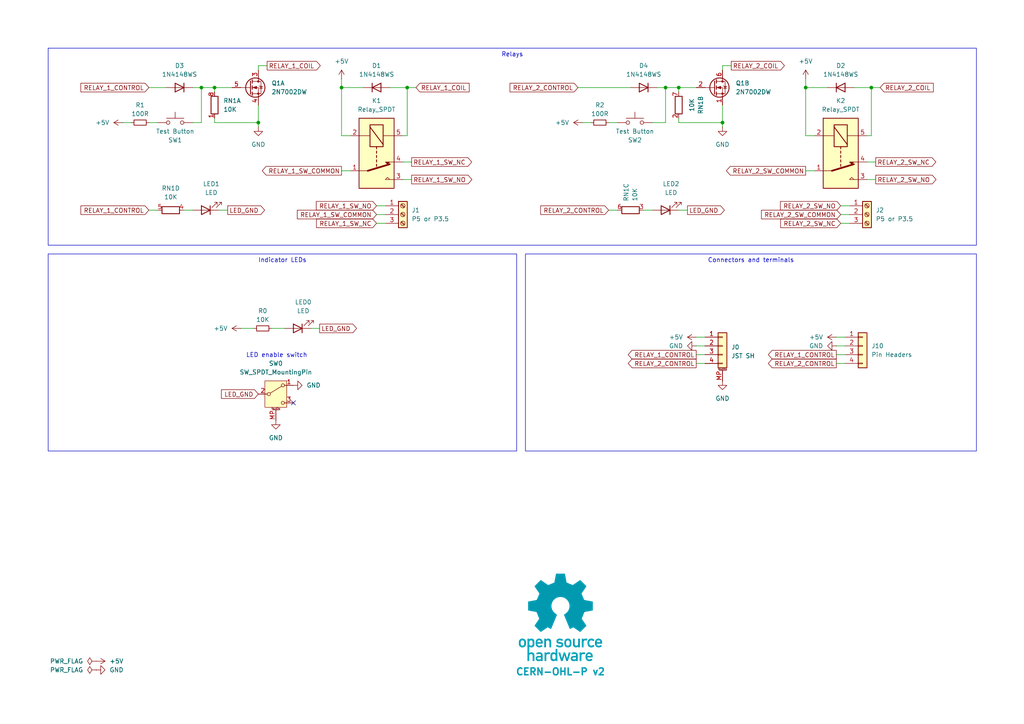
<source format=kicad_sch>
(kicad_sch (version 20231120) (generator "eeschema") (generator_version "8.0")
  (paper "A4")
  (lib_symbols
    (symbol "Connector:Screw_Terminal_01x03" (pin_names (offset 1.016) hide)
      (property "Reference" "J" (at 0 5.08 0))
      (property "Value" "Screw_Terminal_01x03" (at 0 -5.08 0))
      (symbol "Screw_Terminal_01x03_1_1"
        (rectangle (start -1.27 3.81) (end 1.27 -3.81) (stroke (width 0.254)) (fill (type background)))
        (circle (center 0 -2.54) (radius 0.635) (stroke (width 0.1524)))
        (polyline (pts (xy -0.5334 -2.2098) (xy 0.3302 -3.048)) (stroke (width 0.1524)))
        (polyline (pts (xy -0.5334 0.3302) (xy 0.3302 -0.508)) (stroke (width 0.1524)))
        (polyline (pts (xy -0.5334 2.8702) (xy 0.3302 2.032)) (stroke (width 0.1524)))
        (polyline (pts (xy -0.3556 -2.032) (xy 0.508 -2.8702)) (stroke (width 0.1524)))
        (polyline (pts (xy -0.3556 0.508) (xy 0.508 -0.3302)) (stroke (width 0.1524)))
        (polyline (pts (xy -0.3556 3.048) (xy 0.508 2.2098)) (stroke (width 0.1524)))
        (circle (center 0 0) (radius 0.635) (stroke (width 0.1524)))
        (circle (center 0 2.54) (radius 0.635) (stroke (width 0.1524)))
        (pin passive line (at -5.08 2.54 0) (length 3.81) (name "Pin_1") (number "1"))
        (pin passive line (at -5.08 0 0) (length 3.81) (name "Pin_2") (number "2"))
        (pin passive line (at -5.08 -2.54 0) (length 3.81) (name "Pin_3") (number "3"))
      )
    )
    (symbol "Connector_Generic:Conn_01x04" (pin_names (offset 1.016) hide)
      (property "Reference" "J" (at 0 5.08 0))
      (property "Value" "Conn_01x04" (at 0 -7.62 0))
      (symbol "Conn_01x04_1_1"
        (rectangle (start -1.27 -4.953) (end 0 -5.207) (stroke (width 0.1524)))
        (rectangle (start -1.27 -2.413) (end 0 -2.667) (stroke (width 0.1524)))
        (rectangle (start -1.27 0.127) (end 0 -0.127) (stroke (width 0.1524)))
        (rectangle (start -1.27 2.667) (end 0 2.413) (stroke (width 0.1524)))
        (rectangle (start -1.27 3.81) (end 1.27 -6.35) (stroke (width 0.254)) (fill (type background)))
        (pin passive line (at -5.08 2.54 0) (length 3.81) (name "Pin_1") (number "1"))
        (pin passive line (at -5.08 0 0) (length 3.81) (name "Pin_2") (number "2"))
        (pin passive line (at -5.08 -2.54 0) (length 3.81) (name "Pin_3") (number "3"))
        (pin passive line (at -5.08 -5.08 0) (length 3.81) (name "Pin_4") (number "4"))
      )
    )
    (symbol "Connector_Generic_MountingPin:Conn_01x04_MountingPin" (pin_names (offset 1.016) hide)
      (property "Reference" "J" (at 0 5.08 0))
      (property "Value" "Conn_01x04_MountingPin" (at 1.27 -7.62 0))
      (symbol "Conn_01x04_MountingPin_1_1"
        (rectangle (start -1.27 -4.953) (end 0 -5.207) (stroke (width 0.1524)))
        (rectangle (start -1.27 -2.413) (end 0 -2.667) (stroke (width 0.1524)))
        (rectangle (start -1.27 0.127) (end 0 -0.127) (stroke (width 0.1524)))
        (rectangle (start -1.27 2.667) (end 0 2.413) (stroke (width 0.1524)))
        (rectangle (start -1.27 3.81) (end 1.27 -6.35) (stroke (width 0.254)) (fill (type background)))
        (polyline (pts (xy -1.016 -7.112) (xy 1.016 -7.112)) (stroke (width 0.1524)))
        (text "Mounting" (at 0 -6.731 0) (effects (font (size 0.381 0.381))))
        (pin passive line (at -5.08 2.54 0) (length 3.81) (name "Pin_1") (number "1"))
        (pin passive line (at -5.08 0 0) (length 3.81) (name "Pin_2") (number "2"))
        (pin passive line (at -5.08 -2.54 0) (length 3.81) (name "Pin_3") (number "3"))
        (pin passive line (at -5.08 -5.08 0) (length 3.81) (name "Pin_4") (number "4"))
        (pin passive line (at 0 -10.16 90) (length 3.048) (name "MountPin") (number "MP"))
      )
    )
    (symbol "Device:LED" (pin_numbers hide) (pin_names (offset 1.016) hide)
      (property "Reference" "D" (at 0 2.54 0))
      (property "Value" "LED" (at 0 -2.54 0))
      (symbol "LED_0_1"
        (polyline (pts (xy -1.27 -1.27) (xy -1.27 1.27)) (stroke (width 0.254)))
        (polyline (pts (xy -1.27 0) (xy 1.27 0)))
        (polyline (pts (xy 1.27 -1.27) (xy 1.27 1.27) (xy -1.27 0) (xy 1.27 -1.27)) (stroke (width 0.254)))
        (polyline (pts (xy -3.048 -0.762) (xy -4.572 -2.286) (xy -3.81 -2.286) (xy -4.572 -2.286) (xy -4.572 -1.524)))
        (polyline (pts (xy -1.778 -0.762) (xy -3.302 -2.286) (xy -2.54 -2.286) (xy -3.302 -2.286) (xy -3.302 -1.524)))
      )
      (symbol "LED_1_1"
        (pin passive line (at -3.81 0 0) (length 2.54) (name "K") (number "1"))
        (pin passive line (at 3.81 0 180) (length 2.54) (name "A") (number "2"))
      )
    )
    (symbol "Device:R_Pack04_Split" (pin_names (offset 0) hide)
      (property "Reference" "RN" (at 2.032 0 90))
      (property "Value" "R_Pack04_Split" (at 0 0 90))
      (symbol "R_Pack04_Split_0_1"
        (rectangle (start 1.016 2.54) (end -1.016 -2.54) (stroke (width 0.254)))
      )
      (symbol "R_Pack04_Split_1_1"
        (pin passive line (at 0 -3.81 90) (length 1.27) (name "R1.1") (number "1"))
        (pin passive line (at 0 3.81 270) (length 1.27) (name "R1.2") (number "8"))
      )
      (symbol "R_Pack04_Split_2_1"
        (pin passive line (at 0 -3.81 90) (length 1.27) (name "R2.1") (number "2"))
        (pin passive line (at 0 3.81 270) (length 1.27) (name "R2.2") (number "7"))
      )
      (symbol "R_Pack04_Split_3_1"
        (pin passive line (at 0 -3.81 90) (length 1.27) (name "R3.1") (number "3"))
        (pin passive line (at 0 3.81 270) (length 1.27) (name "R3.2") (number "6"))
      )
      (symbol "R_Pack04_Split_4_1"
        (pin passive line (at 0 -3.81 90) (length 1.27) (name "R4.1") (number "4"))
        (pin passive line (at 0 3.81 270) (length 1.27) (name "R4.2") (number "5"))
      )
    )
    (symbol "Device:R_Small" (pin_numbers hide) (pin_names (offset 0.254) hide)
      (property "Reference" "R" (at 0.762 0.508 0))
      (property "Value" "R_Small" (at 0.762 -1.016 0))
      (symbol "R_Small_0_1"
        (rectangle (start -0.762 1.778) (end 0.762 -1.778) (stroke (width 0.2032)))
      )
      (symbol "R_Small_1_1"
        (pin passive line (at 0 2.54 270) (length 0.762) (name "~") (number "1"))
        (pin passive line (at 0 -2.54 90) (length 0.762) (name "~") (number "2"))
      )
    )
    (symbol "Diode:1N4148WS" (pin_numbers hide) (pin_names hide)
      (property "Reference" "D" (at 0 2.54 0))
      (property "Value" "1N4148WS" (at 0 -2.54 0))
      (symbol "1N4148WS_0_1"
        (polyline (pts (xy -1.27 1.27) (xy -1.27 -1.27)) (stroke (width 0.254)))
        (polyline (pts (xy 1.27 0) (xy -1.27 0)))
        (polyline (pts (xy 1.27 1.27) (xy 1.27 -1.27) (xy -1.27 0) (xy 1.27 1.27)) (stroke (width 0.254)))
      )
      (symbol "1N4148WS_1_1"
        (pin passive line (at -3.81 0 0) (length 2.54) (name "K") (number "1"))
        (pin passive line (at 3.81 0 180) (length 2.54) (name "A") (number "2"))
      )
    )
    (symbol "Relay:SANYOU_SRD_Form_C"
      (property "Reference" "K" (at 11.43 3.81 0))
      (property "Value" "SANYOU_SRD_Form_C" (at 11.43 1.27 0))
      (symbol "SANYOU_SRD_Form_C_0_0"
        (polyline (pts (xy 7.62 5.08) (xy 7.62 2.54) (xy 6.985 3.175) (xy 7.62 3.81)))
      )
      (symbol "SANYOU_SRD_Form_C_0_1"
        (rectangle (start -10.16 5.08) (end 10.16 -5.08) (stroke (width 0.254)) (fill (type background)))
        (rectangle (start -8.255 1.905) (end -1.905 -1.905) (stroke (width 0.254)))
        (polyline (pts (xy -7.62 -1.905) (xy -2.54 1.905)) (stroke (width 0.254)))
        (polyline (pts (xy -5.08 -5.08) (xy -5.08 -1.905)))
        (polyline (pts (xy -5.08 5.08) (xy -5.08 1.905)))
        (polyline (pts (xy -1.905 0) (xy -1.27 0)) (stroke (width 0.254)))
        (polyline (pts (xy -0.635 0) (xy 0 0)) (stroke (width 0.254)))
        (polyline (pts (xy 0.635 0) (xy 1.27 0)) (stroke (width 0.254)))
        (polyline (pts (xy 1.905 0) (xy 2.54 0)) (stroke (width 0.254)))
        (polyline (pts (xy 3.175 0) (xy 3.81 0)) (stroke (width 0.254)))
        (polyline (pts (xy 5.08 -2.54) (xy 3.175 3.81)) (stroke (width 0.508)))
        (polyline (pts (xy 5.08 -2.54) (xy 5.08 -5.08)))
      )
      (symbol "SANYOU_SRD_Form_C_1_1"
        (polyline (pts (xy 2.54 3.81) (xy 3.175 3.175) (xy 2.54 2.54) (xy 2.54 5.08)) (fill (type outline)))
        (pin passive line (at 5.08 -7.62 90) (length 2.54) (name "~") (number "1"))
        (pin passive line (at -5.08 -7.62 90) (length 2.54) (name "~") (number "2"))
        (pin passive line (at 7.62 7.62 270) (length 2.54) (name "~") (number "3"))
        (pin passive line (at 2.54 7.62 270) (length 2.54) (name "~") (number "4"))
        (pin passive line (at -5.08 7.62 270) (length 2.54) (name "~") (number "5"))
      )
    )
    (symbol "Switch:SW_Push" (pin_numbers hide) (pin_names (offset 1.016) hide)
      (property "Reference" "SW" (at 1.27 2.54 0))
      (property "Value" "SW_Push" (at 0 -1.524 0))
      (symbol "SW_Push_0_1"
        (circle (center -2.032 0) (radius 0.508))
        (polyline (pts (xy 0 1.27) (xy 0 3.048)))
        (polyline (pts (xy 2.54 1.27) (xy -2.54 1.27)))
        (circle (center 2.032 0) (radius 0.508))
        (pin passive line (at -5.08 0 0) (length 2.54) (name "1") (number "1"))
        (pin passive line (at 5.08 0 180) (length 2.54) (name "2") (number "2"))
      )
    )
    (symbol "custom:SW_SPDT_MountingPin" (pin_names (offset 0) hide)
      (property "Reference" "SW" (at 0 5.08 0))
      (property "Value" "SW_SPDT_MountingPin" (at 0 -5.08 0))
      (symbol "SW_SPDT_MountingPin_0_1"
        (circle (center -2.032 0) (radius 0.4572))
        (polyline (pts (xy -1.651 0.254) (xy 1.651 2.286)))
        (circle (center 2.032 -2.54) (radius 0.4572))
        (circle (center 2.032 2.54) (radius 0.4572))
      )
      (symbol "SW_SPDT_MountingPin_1_1"
        (rectangle (start -3.175 3.81) (end 3.175 -3.81) (fill (type background)))
        (polyline (pts (xy -1.016 -4.572) (xy 1.016 -4.572)) (stroke (width 0.1524)))
        (text "Mounting" (at 0 -4.191 0) (effects (font (size 0.381 0.381))))
        (pin passive line (at 5.08 2.54 180) (length 2.54) (name "A") (number "1"))
        (pin passive line (at -5.08 0 0) (length 2.54) (name "B") (number "2"))
        (pin passive line (at 5.08 -2.54 180) (length 2.54) (name "C") (number "3"))
        (pin passive line (at 0 -7.62 90) (length 3.048) (name "MountPin") (number "MP"))
      )
    )
    (symbol "lcsc:2N7002DW" (pin_names hide)
      (property "Reference" "Q" (at 5.08 1.905 0))
      (property "Value" "2N7002DW" (at 5.08 0 0))
      (symbol "2N7002DW_0_1"
        (polyline (pts (xy 0.254 0) (xy -2.54 0)))
        (polyline (pts (xy 0.254 1.905) (xy 0.254 -1.905)) (stroke (width 0.254)))
        (polyline (pts (xy 0.762 -1.27) (xy 0.762 -2.286)) (stroke (width 0.254)))
        (polyline (pts (xy 0.762 0.508) (xy 0.762 -0.508)) (stroke (width 0.254)))
        (polyline (pts (xy 0.762 2.286) (xy 0.762 1.27)) (stroke (width 0.254)))
        (polyline (pts (xy 2.54 2.54) (xy 2.54 1.778)))
        (polyline (pts (xy 2.54 -2.54) (xy 2.54 0) (xy 0.762 0)))
        (polyline (pts (xy 0.762 -1.778) (xy 3.302 -1.778) (xy 3.302 1.778) (xy 0.762 1.778)))
        (polyline (pts (xy 1.016 0) (xy 2.032 0.381) (xy 2.032 -0.381) (xy 1.016 0)) (fill (type outline)))
        (polyline (pts (xy 2.794 0.508) (xy 2.921 0.381) (xy 3.683 0.381) (xy 3.81 0.254)))
        (polyline (pts (xy 3.302 0.381) (xy 2.921 -0.254) (xy 3.683 -0.254) (xy 3.302 0.381)))
        (circle (center 1.651 0) (radius 2.794) (stroke (width 0.254)))
        (circle (center 2.54 -1.778) (radius 0.254) (fill (type outline)))
        (circle (center 2.54 1.778) (radius 0.254) (fill (type outline)))
      )
      (symbol "2N7002DW_1_1"
        (pin passive line (at 2.54 5.08 270) (length 2.54) (name "D") (number "3"))
        (pin passive line (at 2.54 -5.08 90) (length 2.54) (name "S") (number "4"))
        (pin input line (at -5.08 0 0) (length 2.54) (name "G") (number "5"))
      )
      (symbol "2N7002DW_2_1"
        (pin passive line (at 2.54 -5.08 90) (length 2.54) (name "S") (number "1"))
        (pin input line (at -5.08 0 0) (length 2.54) (name "G") (number "2"))
        (pin passive line (at 2.54 5.08 270) (length 2.54) (name "D") (number "6"))
      )
    )
    (symbol "power:+5V" (power) (pin_numbers hide) (pin_names (offset 0) hide)
      (property "Value" "+5V" (at 0 3.556 0))
      (symbol "+5V_0_1"
        (polyline (pts (xy -0.762 1.27) (xy 0 2.54)))
        (polyline (pts (xy 0 0) (xy 0 2.54)))
        (polyline (pts (xy 0 2.54) (xy 0.762 1.27)))
      )
      (symbol "+5V_1_1"
        (pin power_in line (at 0 0 90) (length 0) (name "~") (number "1"))
      )
    )
    (symbol "power:GND" (power) (pin_numbers hide) (pin_names (offset 0) hide)
      (property "Value" "GND" (at 0 -3.81 0))
      (symbol "GND_0_1"
        (polyline (pts (xy 0 0) (xy 0 -1.27) (xy 1.27 -1.27) (xy 0 -2.54) (xy -1.27 -1.27) (xy 0 -1.27)))
      )
      (symbol "GND_1_1"
        (pin power_in line (at 0 0 270) (length 0) (name "~") (number "1"))
      )
    )
    (symbol "power:PWR_FLAG" (power) (pin_numbers hide) (pin_names (offset 0) hide)
      (property "Value" "PWR_FLAG" (at 0 3.81 0))
      (symbol "PWR_FLAG_0_0"
        (pin power_out line (at 0 0 90) (length 0) (name "~") (number "1"))
      )
      (symbol "PWR_FLAG_0_1"
        (polyline (pts (xy 0 0) (xy 0 1.27) (xy -1.016 1.905) (xy 0 2.54) (xy 1.016 1.905) (xy 0 1.27)))
      )
    )
    (symbol "power:VCC" (power) (pin_numbers hide) (pin_names (offset 0) hide)
      (property "Value" "VCC" (at 0 3.556 0))
      (symbol "VCC_0_1"
        (polyline (pts (xy -0.762 1.27) (xy 0 2.54)))
        (polyline (pts (xy 0 0) (xy 0 2.54)))
        (polyline (pts (xy 0 2.54) (xy 0.762 1.27)))
      )
      (symbol "VCC_1_1"
        (pin power_in line (at 0 0 90) (length 0) (name "~") (number "1"))
      )
    )
  )
  (junction (at 209.55 35.56))
  (junction (at 74.93 35.56))
  (junction (at 193.04 25.4))
  (junction (at 99.06 25.4))
  (junction (at 118.11 25.4))
  (junction (at 62.23 25.4))
  (junction (at 58.42 25.4))
  (junction (at 233.68 25.4))
  (junction (at 252.73 25.4))
  (junction (at 196.85 25.4))
  (no_connect (at 85.09 116.84))
  (wire (pts (xy 254 52.07) (xy 251.46 52.07)))
  (wire (pts (xy 78.74 95.25) (xy 82.55 95.25)))
  (wire (pts (xy 113.03 25.4) (xy 118.11 25.4)))
  (wire (pts (xy 43.18 25.4) (xy 48.26 25.4)))
  (wire (pts (xy 116.84 46.99) (xy 119.38 46.99)))
  (wire (pts (xy 209.55 19.05) (xy 209.55 20.32)))
  (wire (pts (xy 245.11 97.79) (xy 242.57 97.79)))
  (wire (pts (xy 190.5 25.4) (xy 193.04 25.4)))
  (wire (pts (xy 55.88 25.4) (xy 58.42 25.4)))
  (wire (pts (xy 209.55 30.48) (xy 209.55 35.56)))
  (wire (pts (xy 58.42 25.4) (xy 62.23 25.4)))
  (wire (pts (xy 193.04 35.56) (xy 193.04 25.4)))
  (wire (pts (xy 242.57 105.41) (xy 245.11 105.41)))
  (wire (pts (xy 118.11 25.4) (xy 118.11 39.37)))
  (wire (pts (xy 196.85 35.56) (xy 209.55 35.56)))
  (wire (pts (xy 43.18 35.56) (xy 45.72 35.56)))
  (wire (pts (xy 196.85 35.56) (xy 196.85 34.29)))
  (wire (pts (xy 204.47 100.33) (xy 201.93 100.33)))
  (wire (pts (xy 243.84 62.23) (xy 246.38 62.23)))
  (wire (pts (xy 199.39 60.96) (xy 196.85 60.96)))
  (wire (pts (xy 168.91 35.56) (xy 171.45 35.56)))
  (wire (pts (xy 62.23 25.4) (xy 67.31 25.4)))
  (wire (pts (xy 74.93 30.48) (xy 74.93 35.56)))
  (wire (pts (xy 233.68 49.53) (xy 236.22 49.53)))
  (wire (pts (xy 43.18 60.96) (xy 45.72 60.96)))
  (wire (pts (xy 109.22 64.77) (xy 111.76 64.77)))
  (wire (pts (xy 53.34 60.96) (xy 55.88 60.96)))
  (wire (pts (xy 201.93 105.41) (xy 204.47 105.41)))
  (wire (pts (xy 99.06 49.53) (xy 101.6 49.53)))
  (wire (pts (xy 62.23 35.56) (xy 62.23 34.29)))
  (wire (pts (xy 58.42 35.56) (xy 58.42 25.4)))
  (wire (pts (xy 74.93 35.56) (xy 74.93 36.83)))
  (wire (pts (xy 209.55 35.56) (xy 209.55 36.83)))
  (wire (pts (xy 35.56 35.56) (xy 38.1 35.56)))
  (wire (pts (xy 62.23 25.4) (xy 62.23 26.67)))
  (wire (pts (xy 119.38 52.07) (xy 116.84 52.07)))
  (wire (pts (xy 109.22 59.69) (xy 111.76 59.69)))
  (wire (pts (xy 99.06 25.4) (xy 105.41 25.4)))
  (wire (pts (xy 252.73 25.4) (xy 255.27 25.4)))
  (wire (pts (xy 92.71 95.25) (xy 90.17 95.25)))
  (wire (pts (xy 252.73 39.37) (xy 251.46 39.37)))
  (wire (pts (xy 247.65 25.4) (xy 252.73 25.4)))
  (wire (pts (xy 118.11 25.4) (xy 120.65 25.4)))
  (wire (pts (xy 99.06 22.86) (xy 99.06 25.4)))
  (wire (pts (xy 251.46 46.99) (xy 254 46.99)))
  (wire (pts (xy 233.68 39.37) (xy 233.68 25.4)))
  (wire (pts (xy 99.06 39.37) (xy 99.06 25.4)))
  (wire (pts (xy 204.47 97.79) (xy 201.93 97.79)))
  (wire (pts (xy 245.11 100.33) (xy 242.57 100.33)))
  (wire (pts (xy 69.85 95.25) (xy 73.66 95.25)))
  (wire (pts (xy 176.53 35.56) (xy 179.07 35.56)))
  (wire (pts (xy 196.85 25.4) (xy 196.85 26.67)))
  (wire (pts (xy 193.04 25.4) (xy 196.85 25.4)))
  (wire (pts (xy 196.85 25.4) (xy 201.93 25.4)))
  (wire (pts (xy 233.68 22.86) (xy 233.68 25.4)))
  (wire (pts (xy 74.93 19.05) (xy 74.93 20.32)))
  (wire (pts (xy 118.11 39.37) (xy 116.84 39.37)))
  (wire (pts (xy 243.84 59.69) (xy 246.38 59.69)))
  (wire (pts (xy 245.11 102.87) (xy 242.57 102.87)))
  (wire (pts (xy 62.23 35.56) (xy 74.93 35.56)))
  (wire (pts (xy 176.53 60.96) (xy 179.07 60.96)))
  (wire (pts (xy 243.84 64.77) (xy 246.38 64.77)))
  (wire (pts (xy 186.69 60.96) (xy 189.23 60.96)))
  (wire (pts (xy 77.47 19.05) (xy 74.93 19.05)))
  (wire (pts (xy 189.23 35.56) (xy 193.04 35.56)))
  (wire (pts (xy 109.22 62.23) (xy 111.76 62.23)))
  (wire (pts (xy 55.88 35.56) (xy 58.42 35.56)))
  (wire (pts (xy 252.73 25.4) (xy 252.73 39.37)))
  (wire (pts (xy 233.68 25.4) (xy 240.03 25.4)))
  (wire (pts (xy 101.6 39.37) (xy 99.06 39.37)))
  (wire (pts (xy 204.47 102.87) (xy 201.93 102.87)))
  (wire (pts (xy 236.22 39.37) (xy 233.68 39.37)))
  (wire (pts (xy 212.09 19.05) (xy 209.55 19.05)))
  (wire (pts (xy 66.04 60.96) (xy 63.5 60.96)))
  (wire (pts (xy 167.64 25.4) (xy 182.88 25.4)))
  (image (at 162.56 179.07) (scale 0.37481))
  (text_box "Indicator LEDs" (at 13.97 73.66 0) (size 135.89 57.15) (effects (font (size 1.27 1.27)) (justify top)))
  (text_box "Relays" (at 13.97 13.97 0) (size 269.24 57.15) (effects (font (size 1.27 1.27)) (justify top)))
  (text_box "Connectors and terminals" (at 152.4 73.66 0) (size 130.81 57.15) (effects (font (size 1.27 1.27)) (justify top)))
  (text "CERN-OHL-P v2" (at 162.56 195.072 0) (effects (font (size 2 2) (thickness 0.4) (bold yes))))
  (text "LED enable switch" (at 80.264 103.124 0) (effects (font (size 1.27 1.27))))
  (global_label "RELAY_2_CONTROL" (shape input) (at 176.53 60.96 180) (property "Intersheetrefs" "${INTERSHEET_REFS}" (effects (hide yes))))
  (global_label "RELAY_2_COIL" (shape input) (at 255.27 25.4 0) (property "Intersheetrefs" "${INTERSHEET_REFS}" (effects (hide yes))))
  (global_label "RELAY_1_CONTROL" (shape output) (at 201.93 102.87 180) (property "Intersheetrefs" "${INTERSHEET_REFS}" (effects (hide yes))))
  (global_label "RELAY_2_SW_COMMON" (shape input) (at 243.84 62.23 180) (property "Intersheetrefs" "${INTERSHEET_REFS}" (effects (hide yes))))
  (global_label "RELAY_1_CONTROL" (shape input) (at 43.18 25.4 180) (property "Intersheetrefs" "${INTERSHEET_REFS}" (effects (hide yes))))
  (global_label "LED_GND" (shape input) (at 74.93 114.3 180) (property "Intersheetrefs" "${INTERSHEET_REFS}" (effects (hide yes))))
  (global_label "LED_GND" (shape output) (at 92.71 95.25 0) (property "Intersheetrefs" "${INTERSHEET_REFS}" (effects (hide yes))))
  (global_label "RELAY_1_SW_NO" (shape output) (at 119.38 52.07 0) (property "Intersheetrefs" "${INTERSHEET_REFS}" (effects (hide yes))))
  (global_label "RELAY_1_SW_COMMON" (shape input) (at 109.22 62.23 180) (property "Intersheetrefs" "${INTERSHEET_REFS}" (effects (hide yes))))
  (global_label "RELAY_2_SW_COMMON" (shape output) (at 233.68 49.53 180) (property "Intersheetrefs" "${INTERSHEET_REFS}" (effects (hide yes))))
  (global_label "RELAY_1_CONTROL" (shape input) (at 43.18 60.96 180) (property "Intersheetrefs" "${INTERSHEET_REFS}" (effects (hide yes))))
  (global_label "RELAY_1_SW_NC" (shape input) (at 109.22 64.77 180) (property "Intersheetrefs" "${INTERSHEET_REFS}" (effects (hide yes))))
  (global_label "RELAY_2_SW_NC" (shape output) (at 254 46.99 0) (property "Intersheetrefs" "${INTERSHEET_REFS}" (effects (hide yes))))
  (global_label "RELAY_2_SW_NC" (shape input) (at 243.84 64.77 180) (property "Intersheetrefs" "${INTERSHEET_REFS}" (effects (hide yes))))
  (global_label "RELAY_2_CONTROL" (shape input) (at 167.64 25.4 180) (property "Intersheetrefs" "${INTERSHEET_REFS}" (effects (hide yes))))
  (global_label "RELAY_2_CONTROL" (shape output) (at 242.57 105.41 180) (property "Intersheetrefs" "${INTERSHEET_REFS}" (effects (hide yes))))
  (global_label "LED_GND" (shape output) (at 199.39 60.96 0) (property "Intersheetrefs" "${INTERSHEET_REFS}" (effects (hide yes))))
  (global_label "LED_GND" (shape output) (at 66.04 60.96 0) (property "Intersheetrefs" "${INTERSHEET_REFS}" (effects (hide yes))))
  (global_label "RELAY_1_SW_NO" (shape input) (at 109.22 59.69 180) (property "Intersheetrefs" "${INTERSHEET_REFS}" (effects (hide yes))))
  (global_label "RELAY_2_CONTROL" (shape output) (at 201.93 105.41 180) (property "Intersheetrefs" "${INTERSHEET_REFS}" (effects (hide yes))))
  (global_label "RELAY_1_COIL" (shape output) (at 77.47 19.05 0) (property "Intersheetrefs" "${INTERSHEET_REFS}" (effects (hide yes))))
  (global_label "RELAY_2_COIL" (shape output) (at 212.09 19.05 0) (property "Intersheetrefs" "${INTERSHEET_REFS}" (effects (hide yes))))
  (global_label "RELAY_2_SW_NO" (shape input) (at 243.84 59.69 180) (property "Intersheetrefs" "${INTERSHEET_REFS}" (effects (hide yes))))
  (global_label "RELAY_1_SW_NC" (shape output) (at 119.38 46.99 0) (property "Intersheetrefs" "${INTERSHEET_REFS}" (effects (hide yes))))
  (global_label "RELAY_1_SW_COMMON" (shape output) (at 99.06 49.53 180) (property "Intersheetrefs" "${INTERSHEET_REFS}" (effects (hide yes))))
  (global_label "RELAY_1_CONTROL" (shape output) (at 242.57 102.87 180) (property "Intersheetrefs" "${INTERSHEET_REFS}" (effects (hide yes))))
  (global_label "RELAY_1_COIL" (shape input) (at 120.65 25.4 0) (property "Intersheetrefs" "${INTERSHEET_REFS}" (effects (hide yes))))
  (global_label "RELAY_2_SW_NO" (shape output) (at 254 52.07 0) (property "Intersheetrefs" "${INTERSHEET_REFS}" (effects (hide yes))))
  (symbol (lib_id "Connector_Generic:Conn_01x04") (at 250.19 100.33 0) (unit 1)
    (property "Reference" "J10" (at 252.73 100.3299 0) (effects (justify left)))
    (property "Value" "Pin Headers" (at 252.73 102.8699 0) (effects (justify left)))
    (property "Footprint" "custom:PinHeader_1x04_P2.54mm_Vertical_simple_pad2gnd" (effects (hide yes)))
    (property "Description" "Generic connector, single row, 01x04, script generated (kicad-library-utils/schlib/autogen/connector/)" (effects (hide yes)))
  )
  (symbol (lib_id "Relay:SANYOU_SRD_Form_C") (at 243.84 44.45 270) (unit 1)
    (property "Reference" "K2" (at 243.84 29.21 90))
    (property "Value" "Relay_SPDT" (at 243.84 31.75 90))
    (property "Footprint" "Relay_THT:Relay_SPDT_SANYOU_SRD_Series_Form_C" (effects (hide yes)))
    (property "Datasheet" "http://www.sanyourelay.ca/public/products/pdf/SRD.pdf" (effects (hide yes)))
    (property "Description" "Sanyo SRD relay, Single Pole Miniature Power Relay," (effects (hide yes)))
  )
  (symbol (lib_id "power:GND") (at 80.01 121.92 0) (unit 1)
    (property "Reference" "#PWR016" (effects (hide yes)))
    (property "Value" "GND" (at 80.01 127 0))
    (property "Description" "Power symbol creates a global label with name \"GND\" , ground" (effects (hide yes)))
  )
  (symbol (lib_id "Device:R_Small") (at 173.99 35.56 270) (unit 1)
    (property "Reference" "R2" (at 173.99 30.48 90))
    (property "Value" "100R" (at 173.99 33.02 90))
    (property "Footprint" "Resistor_SMD:R_0805_2012Metric_Pad1.20x1.40mm_HandSolder" (effects (hide yes)))
    (property "Description" "Resistor, small symbol" (effects (hide yes)))
  )
  (symbol (lib_id "Device:R_Pack04_Split") (at 62.23 30.48 0) (unit 1)
    (property "Reference" "RN1" (at 64.77 29.2099 0) (effects (justify left)))
    (property "Value" "10K" (at 64.77 31.7499 0) (effects (justify left)))
    (property "Footprint" "Resistor_SMD:R_Array_Convex_4x0603" (effects (hide yes)))
    (property "Description" "4 resistor network, parallel topology, split" (effects (hide yes)))
  )
  (symbol (lib_id "Device:LED") (at 59.69 60.96 180) (unit 1)
    (property "Reference" "LED1" (at 61.2775 53.34 0))
    (property "Value" "LED" (at 61.2775 55.88 0))
    (property "Footprint" "custom:LED_0805_2012Metric_Pad1.15x1.40mm_HandSolder_simple" (effects (hide yes)))
    (property "Description" "Light emitting diode" (effects (hide yes)))
  )
  (symbol (lib_id "power:+5V") (at 233.68 22.86 0) (unit 1)
    (property "Reference" "#PWR012" (effects (hide yes)))
    (property "Value" "+5V" (at 233.68 17.78 0))
    (property "Description" "Power symbol creates a global label with name \"+5V\"" (effects (hide yes)))
  )
  (symbol (lib_id "Diode:1N4148WS") (at 186.69 25.4 180) (unit 1)
    (property "Reference" "D4" (at 186.69 19.05 0))
    (property "Value" "1N4148WS" (at 186.69 21.59 0))
    (property "Footprint" "custom:D_SOD-323_HandSoldering_simple" (effects (hide yes)))
    (property "Datasheet" "https://www.vishay.com/docs/85751/1n4148ws.pdf" (effects (hide yes)))
    (property "Description" "75V 0.15A Fast switching Diode, SOD-323" (effects (hide yes)))
    (property "Sim.Device" "D" (effects (hide yes)))
    (property "Sim.Pins" "1=K 2=A" (effects (hide yes)))
  )
  (symbol (lib_id "Device:R_Small") (at 76.2 95.25 90) (unit 1)
    (property "Reference" "R0" (at 76.2 90.17 90))
    (property "Value" "10K" (at 76.2 92.71 90))
    (property "Footprint" "Resistor_SMD:R_0805_2012Metric_Pad1.20x1.40mm_HandSolder" (effects (hide yes)))
    (property "Description" "Resistor, small symbol" (effects (hide yes)))
  )
  (symbol (lib_id "power:GND") (at 85.09 111.76 90) (unit 1)
    (property "Reference" "#PWR07" (effects (hide yes)))
    (property "Value" "GND" (at 88.9 111.7599 90) (effects (justify right)))
    (property "Description" "Power symbol creates a global label with name \"GND\" , ground" (effects (hide yes)))
  )
  (symbol (lib_id "Diode:1N4148WS") (at 109.22 25.4 0) (unit 1)
    (property "Reference" "D1" (at 109.22 19.05 0))
    (property "Value" "1N4148WS" (at 109.22 21.59 0))
    (property "Footprint" "custom:D_SOD-323_HandSoldering_simple" (effects (hide yes)))
    (property "Datasheet" "https://www.vishay.com/docs/85751/1n4148ws.pdf" (effects (hide yes)))
    (property "Description" "75V 0.15A Fast switching Diode, SOD-323" (effects (hide yes)))
    (property "Sim.Device" "D" (effects (hide yes)))
    (property "Sim.Pins" "1=K 2=A" (effects (hide yes)))
  )
  (symbol (lib_id "Device:LED") (at 86.36 95.25 180) (unit 1)
    (property "Reference" "LED0" (at 87.9475 87.63 0))
    (property "Value" "LED" (at 87.9475 90.17 0))
    (property "Footprint" "custom:LED_0805_2012Metric_Pad1.15x1.40mm_HandSolder_simple" (effects (hide yes)))
    (property "Description" "Light emitting diode" (effects (hide yes)))
  )
  (symbol (lib_id "power:VCC") (at 27.94 191.77 270) (unit 1)
    (property "Reference" "#PWR01" (effects (hide yes)))
    (property "Value" "+5V" (at 31.75 191.7699 90) (effects (justify left)))
    (property "Description" "Power symbol creates a global label with name \"VCC\"" (effects (hide yes)))
  )
  (symbol (lib_id "Connector:Screw_Terminal_01x03") (at 251.46 62.23 0) (unit 1)
    (property "Reference" "J2" (at 254 60.9599 0) (effects (justify left)))
    (property "Value" "P5 or P3.5" (at 254 63.4999 0) (effects (justify left)))
    (property "Footprint" "custom:Conn_Combo_TerminalBlock_P3.5-P5.08_1x03_pad2gnd" (effects (hide yes)))
    (property "Description" "Generic screw terminal, single row, 01x03, script generated (kicad-library-utils/schlib/autogen/connector/)" (effects (hide yes)))
  )
  (symbol (lib_id "power:GND") (at 242.57 100.33 270) (mirror x) (unit 1)
    (property "Reference" "#PWR015" (effects (hide yes)))
    (property "Value" "GND" (at 238.76 100.3299 90) (effects (justify right)))
    (property "Description" "Power symbol creates a global label with name \"GND\" , ground" (effects (hide yes)))
  )
  (symbol (lib_id "lcsc:2N7002DW") (at 72.39 25.4 0) (unit 1)
    (property "Reference" "Q1" (at 78.74 24.1299 0) (effects (justify left)))
    (property "Value" "2N7002DW" (at 78.74 26.6699 0) (effects (justify left)))
    (property "Footprint" "Package_TO_SOT_SMD:SOT-23-6" (effects (hide yes)))
    (property "Datasheet" "https://www.onsemi.com/download/data-sheet/pdf/2n7002dw-d.pdf" (effects (hide yes)))
    (property "Description" "0.115A Id, 60V Vds, Dual N-Channel MOSFET, SOT-23-6" (effects (hide yes)))
    (property "LCSC Part" "C5190214" (effects (hide yes)))
    (property "JLCPCB_CORRECTION" "0; 0; 270" (effects (hide yes)))
  )
  (symbol (lib_id "power:GND") (at 27.94 194.31 90) (unit 1)
    (property "Reference" "#PWR02" (effects (hide yes)))
    (property "Value" "GND" (at 31.75 194.3099 90) (effects (justify right)))
    (property "Description" "Power symbol creates a global label with name \"GND\" , ground" (effects (hide yes)))
  )
  (symbol (lib_id "power:+5V") (at 99.06 22.86 0) (unit 1)
    (property "Reference" "#PWR04" (effects (hide yes)))
    (property "Value" "+5V" (at 99.06 17.78 0))
    (property "Description" "Power symbol creates a global label with name \"+5V\"" (effects (hide yes)))
  )
  (symbol (lib_id "power:GND") (at 74.93 36.83 0) (unit 1)
    (property "Reference" "#PWR03" (effects (hide yes)))
    (property "Value" "GND" (at 74.93 41.91 0))
    (property "Description" "Power symbol creates a global label with name \"GND\" , ground" (effects (hide yes)))
  )
  (symbol (lib_id "Relay:SANYOU_SRD_Form_C") (at 109.22 44.45 270) (unit 1)
    (property "Reference" "K1" (at 109.22 29.21 90))
    (property "Value" "Relay_SPDT" (at 109.22 31.75 90))
    (property "Footprint" "Relay_THT:Relay_SPDT_SANYOU_SRD_Series_Form_C" (effects (hide yes)))
    (property "Datasheet" "http://www.sanyourelay.ca/public/products/pdf/SRD.pdf" (effects (hide yes)))
    (property "Description" "Sanyo SRD relay, Single Pole Miniature Power Relay," (effects (hide yes)))
  )
  (symbol (lib_id "Connector:Screw_Terminal_01x03") (at 116.84 62.23 0) (unit 1)
    (property "Reference" "J1" (at 119.38 60.9599 0) (effects (justify left)))
    (property "Value" "P5 or P3.5" (at 119.38 63.4999 0) (effects (justify left)))
    (property "Footprint" "custom:Conn_Combo_TerminalBlock_P3.5-P5.08_1x03_pad2gnd" (effects (hide yes)))
    (property "Description" "Generic screw terminal, single row, 01x03, script generated (kicad-library-utils/schlib/autogen/connector/)" (effects (hide yes)))
  )
  (symbol (lib_id "Connector_Generic_MountingPin:Conn_01x04_MountingPin") (at 209.55 100.33 0) (unit 1)
    (property "Reference" "J0" (at 212.09 100.6855 0) (effects (justify left)))
    (property "Value" "JST SH" (at 212.09 103.2255 0) (effects (justify left)))
    (property "Footprint" "custom:JST_SH_SM04B-SRSS-TB_1x04-1MP_P1.00mm_Horizontal" (effects (hide yes)))
    (property "Description" "Generic connectable mounting pin connector, single row, 01x04, script generated (kicad-library-utils/schlib/autogen/connector/)" (effects (hide yes)))
  )
  (symbol (lib_id "power:GND") (at 209.55 36.83 0) (unit 1)
    (property "Reference" "#PWR010" (effects (hide yes)))
    (property "Value" "GND" (at 209.55 41.91 0))
    (property "Description" "Power symbol creates a global label with name \"GND\" , ground" (effects (hide yes)))
  )
  (symbol (lib_id "Device:R_Pack04_Split") (at 49.53 60.96 90) (unit 4)
    (property "Reference" "RN1" (at 49.53 54.61 90))
    (property "Value" "10K" (at 49.53 57.15 90))
    (property "Footprint" "Resistor_SMD:R_Array_Convex_4x0603" (effects (hide yes)))
    (property "Description" "4 resistor network, parallel topology, split" (effects (hide yes)))
  )
  (symbol (lib_id "power:PWR_FLAG") (at 27.94 191.77 90) (unit 1)
    (property "Reference" "#FLG01" (effects (hide yes)))
    (property "Value" "PWR_FLAG" (at 24.13 191.7699 90) (effects (justify left)))
    (property "Description" "Special symbol for telling ERC where power comes from" (effects (hide yes)))
  )
  (symbol (lib_id "Device:R_Small") (at 40.64 35.56 270) (unit 1)
    (property "Reference" "R1" (at 40.64 30.48 90))
    (property "Value" "100R" (at 40.64 33.02 90))
    (property "Footprint" "Resistor_SMD:R_0805_2012Metric_Pad1.20x1.40mm_HandSolder" (effects (hide yes)))
    (property "Description" "Resistor, small symbol" (effects (hide yes)))
  )
  (symbol (lib_id "power:+5V") (at 201.93 97.79 90) (unit 1)
    (property "Reference" "#PWR05" (effects (hide yes)))
    (property "Value" "+5V" (at 198.12 97.7899 90) (effects (justify left)))
    (property "Description" "Power symbol creates a global label with name \"+5V\"" (effects (hide yes)))
  )
  (symbol (lib_id "power:GND") (at 209.55 110.49 0) (mirror y) (unit 1)
    (property "Reference" "#PWR013" (effects (hide yes)))
    (property "Value" "GND" (at 209.55 115.57 0))
    (property "Description" "Power symbol creates a global label with name \"GND\" , ground" (effects (hide yes)))
  )
  (symbol (lib_id "Device:R_Pack04_Split") (at 196.85 30.48 0) (unit 2)
    (property "Reference" "RN1" (at 203.2 30.48 90))
    (property "Value" "10K" (at 200.66 30.48 90))
    (property "Footprint" "Resistor_SMD:R_Array_Convex_4x0603" (effects (hide yes)))
    (property "Description" "4 resistor network, parallel topology, split" (effects (hide yes)))
  )
  (symbol (lib_id "power:GND") (at 201.93 100.33 270) (mirror x) (unit 1)
    (property "Reference" "#PWR06" (effects (hide yes)))
    (property "Value" "GND" (at 198.12 100.3299 90) (effects (justify right)))
    (property "Description" "Power symbol creates a global label with name \"GND\" , ground" (effects (hide yes)))
  )
  (symbol (lib_id "Diode:1N4148WS") (at 243.84 25.4 0) (unit 1)
    (property "Reference" "D2" (at 243.84 19.05 0))
    (property "Value" "1N4148WS" (at 243.84 21.59 0))
    (property "Footprint" "custom:D_SOD-323_HandSoldering_simple" (effects (hide yes)))
    (property "Datasheet" "https://www.vishay.com/docs/85751/1n4148ws.pdf" (effects (hide yes)))
    (property "Description" "75V 0.15A Fast switching Diode, SOD-323" (effects (hide yes)))
    (property "Sim.Device" "D" (effects (hide yes)))
    (property "Sim.Pins" "1=K 2=A" (effects (hide yes)))
  )
  (symbol (lib_id "Switch:SW_Push") (at 184.15 35.56 0) (mirror y) (unit 1)
    (property "Reference" "SW2" (at 184.15 40.64 0))
    (property "Value" "Test Button" (at 184.15 38.1 0))
    (property "Footprint" "lcsc:SW-SMD_BZCN_TSA002A35XXX" (effects (hide yes)))
    (property "Description" "Push button switch, generic, two pins" (effects (hide yes)))
  )
  (symbol (lib_id "power:+5V") (at 69.85 95.25 90) (unit 1)
    (property "Reference" "#PWR08" (effects (hide yes)))
    (property "Value" "+5V" (at 66.04 95.2499 90) (effects (justify left)))
    (property "Description" "Power symbol creates a global label with name \"+5V\"" (effects (hide yes)))
  )
  (symbol (lib_id "power:PWR_FLAG") (at 27.94 194.31 90) (unit 1)
    (property "Reference" "#FLG02" (effects (hide yes)))
    (property "Value" "PWR_FLAG" (at 24.13 194.3099 90) (effects (justify left)))
    (property "Description" "Special symbol for telling ERC where power comes from" (effects (hide yes)))
  )
  (symbol (lib_id "power:+5V") (at 242.57 97.79 90) (unit 1)
    (property "Reference" "#PWR014" (effects (hide yes)))
    (property "Value" "+5V" (at 238.76 97.7899 90) (effects (justify left)))
    (property "Description" "Power symbol creates a global label with name \"+5V\"" (effects (hide yes)))
  )
  (symbol (lib_id "power:+5V") (at 168.91 35.56 90) (unit 1)
    (property "Reference" "#PWR011" (effects (hide yes)))
    (property "Value" "+5V" (at 165.1 35.5599 90) (effects (justify left)))
    (property "Description" "Power symbol creates a global label with name \"+5V\"" (effects (hide yes)))
  )
  (symbol (lib_id "custom:SW_SPDT_MountingPin") (at 80.01 114.3 0) (unit 1)
    (property "Reference" "SW0" (at 80.01 105.41 0))
    (property "Value" "SW_SPDT_MountingPin" (at 80.01 107.95 0))
    (property "Footprint" "lcsc:SW-SMD_3P-P1.50_L2.7-W6.6" (effects (hide yes)))
    (property "Description" "Switch, single pole double throw" (effects (hide yes)))
  )
  (symbol (lib_id "Switch:SW_Push") (at 50.8 35.56 0) (mirror y) (unit 1)
    (property "Reference" "SW1" (at 50.8 40.64 0))
    (property "Value" "Test Button" (at 50.8 38.1 0))
    (property "Footprint" "lcsc:SW-SMD_BZCN_TSA002A35XXX" (effects (hide yes)))
    (property "Description" "Push button switch, generic, two pins" (effects (hide yes)))
  )
  (symbol (lib_id "Diode:1N4148WS") (at 52.07 25.4 180) (unit 1)
    (property "Reference" "D3" (at 52.07 19.05 0))
    (property "Value" "1N4148WS" (at 52.07 21.59 0))
    (property "Footprint" "custom:D_SOD-323_HandSoldering_simple" (effects (hide yes)))
    (property "Datasheet" "https://www.vishay.com/docs/85751/1n4148ws.pdf" (effects (hide yes)))
    (property "Description" "75V 0.15A Fast switching Diode, SOD-323" (effects (hide yes)))
    (property "Sim.Device" "D" (effects (hide yes)))
    (property "Sim.Pins" "1=K 2=A" (effects (hide yes)))
  )
  (symbol (lib_id "Device:LED") (at 193.04 60.96 180) (unit 1)
    (property "Reference" "LED2" (at 194.6275 53.34 0))
    (property "Value" "LED" (at 194.6275 55.88 0))
    (property "Footprint" "custom:LED_0805_2012Metric_Pad1.15x1.40mm_HandSolder_simple" (effects (hide yes)))
    (property "Description" "Light emitting diode" (effects (hide yes)))
  )
  (symbol (lib_id "power:+5V") (at 35.56 35.56 90) (unit 1)
    (property "Reference" "#PWR09" (effects (hide yes)))
    (property "Value" "+5V" (at 31.75 35.5599 90) (effects (justify left)))
    (property "Description" "Power symbol creates a global label with name \"+5V\"" (effects (hide yes)))
  )
  (symbol (lib_id "lcsc:2N7002DW") (at 207.01 25.4 0) (unit 2)
    (property "Reference" "Q1" (at 213.36 24.1299 0) (effects (justify left)))
    (property "Value" "2N7002DW" (at 213.36 26.6699 0) (effects (justify left)))
    (property "Footprint" "Package_TO_SOT_SMD:SOT-23-6" (effects (hide yes)))
    (property "Datasheet" "https://www.onsemi.com/download/data-sheet/pdf/2n7002dw-d.pdf" (effects (hide yes)))
    (property "Description" "0.115A Id, 60V Vds, Dual N-Channel MOSFET, SOT-23-6" (effects (hide yes)))
    (property "LCSC Part" "C5190214" (effects (hide yes)))
    (property "JLCPCB_CORRECTION" "0; 0; 270" (effects (hide yes)))
  )
  (symbol (lib_id "Device:R_Pack04_Split") (at 182.88 60.96 90) (unit 3)
    (property "Reference" "RN1" (at 181.6099 58.42 0) (effects (justify left)))
    (property "Value" "10K" (at 184.1499 58.42 0) (effects (justify left)))
    (property "Footprint" "Resistor_SMD:R_Array_Convex_4x0603" (effects (hide yes)))
    (property "Description" "4 resistor network, parallel topology, split" (effects (hide yes)))
  )
)
</source>
